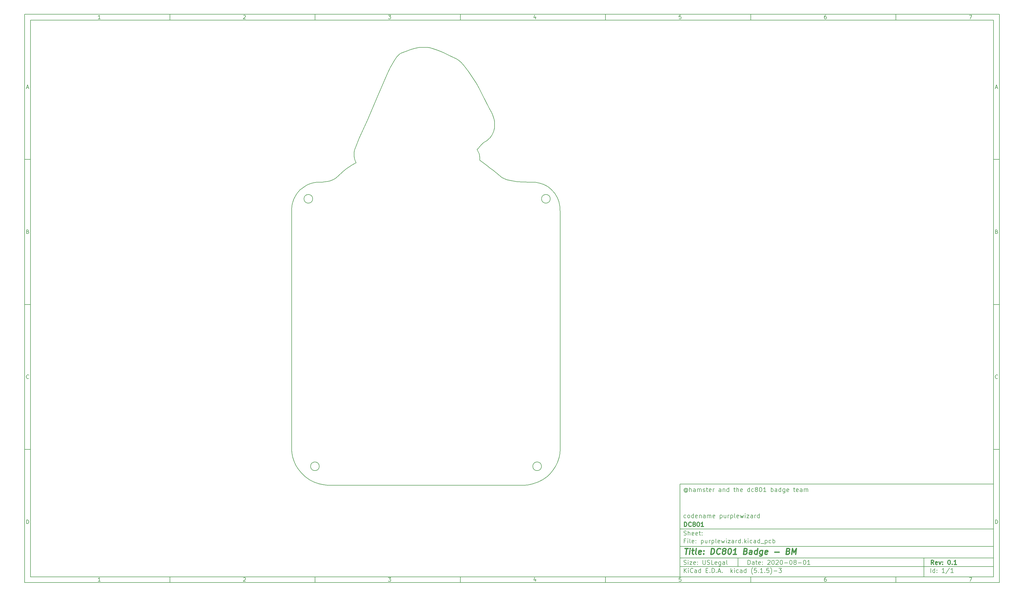
<source format=gm1>
G04 #@! TF.GenerationSoftware,KiCad,Pcbnew,(5.1.5)-3*
G04 #@! TF.CreationDate,2020-08-11T23:16:39-06:00*
G04 #@! TF.ProjectId,purplewizard,70757270-6c65-4776-997a-6172642e6b69,0.1*
G04 #@! TF.SameCoordinates,Original*
G04 #@! TF.FileFunction,Profile,NP*
%FSLAX46Y46*%
G04 Gerber Fmt 4.6, Leading zero omitted, Abs format (unit mm)*
G04 Created by KiCad (PCBNEW (5.1.5)-3) date 2020-08-11 23:16:39*
%MOMM*%
%LPD*%
G04 APERTURE LIST*
%ADD10C,0.100000*%
%ADD11C,0.150000*%
%ADD12C,0.300000*%
%ADD13C,0.400000*%
G04 APERTURE END LIST*
D10*
D11*
X235600000Y-171900000D02*
X235600000Y-203900000D01*
X343600000Y-203900000D01*
X343600000Y-171900000D01*
X235600000Y-171900000D01*
D10*
D11*
X10000000Y-10000000D02*
X10000000Y-205900000D01*
X345600000Y-205900000D01*
X345600000Y-10000000D01*
X10000000Y-10000000D01*
D10*
D11*
X12000000Y-12000000D02*
X12000000Y-203900000D01*
X343600000Y-203900000D01*
X343600000Y-12000000D01*
X12000000Y-12000000D01*
D10*
D11*
X60000000Y-12000000D02*
X60000000Y-10000000D01*
D10*
D11*
X110000000Y-12000000D02*
X110000000Y-10000000D01*
D10*
D11*
X160000000Y-12000000D02*
X160000000Y-10000000D01*
D10*
D11*
X210000000Y-12000000D02*
X210000000Y-10000000D01*
D10*
D11*
X260000000Y-12000000D02*
X260000000Y-10000000D01*
D10*
D11*
X310000000Y-12000000D02*
X310000000Y-10000000D01*
D10*
D11*
X36065476Y-11588095D02*
X35322619Y-11588095D01*
X35694047Y-11588095D02*
X35694047Y-10288095D01*
X35570238Y-10473809D01*
X35446428Y-10597619D01*
X35322619Y-10659523D01*
D10*
D11*
X85322619Y-10411904D02*
X85384523Y-10350000D01*
X85508333Y-10288095D01*
X85817857Y-10288095D01*
X85941666Y-10350000D01*
X86003571Y-10411904D01*
X86065476Y-10535714D01*
X86065476Y-10659523D01*
X86003571Y-10845238D01*
X85260714Y-11588095D01*
X86065476Y-11588095D01*
D10*
D11*
X135260714Y-10288095D02*
X136065476Y-10288095D01*
X135632142Y-10783333D01*
X135817857Y-10783333D01*
X135941666Y-10845238D01*
X136003571Y-10907142D01*
X136065476Y-11030952D01*
X136065476Y-11340476D01*
X136003571Y-11464285D01*
X135941666Y-11526190D01*
X135817857Y-11588095D01*
X135446428Y-11588095D01*
X135322619Y-11526190D01*
X135260714Y-11464285D01*
D10*
D11*
X185941666Y-10721428D02*
X185941666Y-11588095D01*
X185632142Y-10226190D02*
X185322619Y-11154761D01*
X186127380Y-11154761D01*
D10*
D11*
X236003571Y-10288095D02*
X235384523Y-10288095D01*
X235322619Y-10907142D01*
X235384523Y-10845238D01*
X235508333Y-10783333D01*
X235817857Y-10783333D01*
X235941666Y-10845238D01*
X236003571Y-10907142D01*
X236065476Y-11030952D01*
X236065476Y-11340476D01*
X236003571Y-11464285D01*
X235941666Y-11526190D01*
X235817857Y-11588095D01*
X235508333Y-11588095D01*
X235384523Y-11526190D01*
X235322619Y-11464285D01*
D10*
D11*
X285941666Y-10288095D02*
X285694047Y-10288095D01*
X285570238Y-10350000D01*
X285508333Y-10411904D01*
X285384523Y-10597619D01*
X285322619Y-10845238D01*
X285322619Y-11340476D01*
X285384523Y-11464285D01*
X285446428Y-11526190D01*
X285570238Y-11588095D01*
X285817857Y-11588095D01*
X285941666Y-11526190D01*
X286003571Y-11464285D01*
X286065476Y-11340476D01*
X286065476Y-11030952D01*
X286003571Y-10907142D01*
X285941666Y-10845238D01*
X285817857Y-10783333D01*
X285570238Y-10783333D01*
X285446428Y-10845238D01*
X285384523Y-10907142D01*
X285322619Y-11030952D01*
D10*
D11*
X335260714Y-10288095D02*
X336127380Y-10288095D01*
X335570238Y-11588095D01*
D10*
D11*
X60000000Y-203900000D02*
X60000000Y-205900000D01*
D10*
D11*
X110000000Y-203900000D02*
X110000000Y-205900000D01*
D10*
D11*
X160000000Y-203900000D02*
X160000000Y-205900000D01*
D10*
D11*
X210000000Y-203900000D02*
X210000000Y-205900000D01*
D10*
D11*
X260000000Y-203900000D02*
X260000000Y-205900000D01*
D10*
D11*
X310000000Y-203900000D02*
X310000000Y-205900000D01*
D10*
D11*
X36065476Y-205488095D02*
X35322619Y-205488095D01*
X35694047Y-205488095D02*
X35694047Y-204188095D01*
X35570238Y-204373809D01*
X35446428Y-204497619D01*
X35322619Y-204559523D01*
D10*
D11*
X85322619Y-204311904D02*
X85384523Y-204250000D01*
X85508333Y-204188095D01*
X85817857Y-204188095D01*
X85941666Y-204250000D01*
X86003571Y-204311904D01*
X86065476Y-204435714D01*
X86065476Y-204559523D01*
X86003571Y-204745238D01*
X85260714Y-205488095D01*
X86065476Y-205488095D01*
D10*
D11*
X135260714Y-204188095D02*
X136065476Y-204188095D01*
X135632142Y-204683333D01*
X135817857Y-204683333D01*
X135941666Y-204745238D01*
X136003571Y-204807142D01*
X136065476Y-204930952D01*
X136065476Y-205240476D01*
X136003571Y-205364285D01*
X135941666Y-205426190D01*
X135817857Y-205488095D01*
X135446428Y-205488095D01*
X135322619Y-205426190D01*
X135260714Y-205364285D01*
D10*
D11*
X185941666Y-204621428D02*
X185941666Y-205488095D01*
X185632142Y-204126190D02*
X185322619Y-205054761D01*
X186127380Y-205054761D01*
D10*
D11*
X236003571Y-204188095D02*
X235384523Y-204188095D01*
X235322619Y-204807142D01*
X235384523Y-204745238D01*
X235508333Y-204683333D01*
X235817857Y-204683333D01*
X235941666Y-204745238D01*
X236003571Y-204807142D01*
X236065476Y-204930952D01*
X236065476Y-205240476D01*
X236003571Y-205364285D01*
X235941666Y-205426190D01*
X235817857Y-205488095D01*
X235508333Y-205488095D01*
X235384523Y-205426190D01*
X235322619Y-205364285D01*
D10*
D11*
X285941666Y-204188095D02*
X285694047Y-204188095D01*
X285570238Y-204250000D01*
X285508333Y-204311904D01*
X285384523Y-204497619D01*
X285322619Y-204745238D01*
X285322619Y-205240476D01*
X285384523Y-205364285D01*
X285446428Y-205426190D01*
X285570238Y-205488095D01*
X285817857Y-205488095D01*
X285941666Y-205426190D01*
X286003571Y-205364285D01*
X286065476Y-205240476D01*
X286065476Y-204930952D01*
X286003571Y-204807142D01*
X285941666Y-204745238D01*
X285817857Y-204683333D01*
X285570238Y-204683333D01*
X285446428Y-204745238D01*
X285384523Y-204807142D01*
X285322619Y-204930952D01*
D10*
D11*
X335260714Y-204188095D02*
X336127380Y-204188095D01*
X335570238Y-205488095D01*
D10*
D11*
X10000000Y-60000000D02*
X12000000Y-60000000D01*
D10*
D11*
X10000000Y-110000000D02*
X12000000Y-110000000D01*
D10*
D11*
X10000000Y-160000000D02*
X12000000Y-160000000D01*
D10*
D11*
X10690476Y-35216666D02*
X11309523Y-35216666D01*
X10566666Y-35588095D02*
X11000000Y-34288095D01*
X11433333Y-35588095D01*
D10*
D11*
X11092857Y-84907142D02*
X11278571Y-84969047D01*
X11340476Y-85030952D01*
X11402380Y-85154761D01*
X11402380Y-85340476D01*
X11340476Y-85464285D01*
X11278571Y-85526190D01*
X11154761Y-85588095D01*
X10659523Y-85588095D01*
X10659523Y-84288095D01*
X11092857Y-84288095D01*
X11216666Y-84350000D01*
X11278571Y-84411904D01*
X11340476Y-84535714D01*
X11340476Y-84659523D01*
X11278571Y-84783333D01*
X11216666Y-84845238D01*
X11092857Y-84907142D01*
X10659523Y-84907142D01*
D10*
D11*
X11402380Y-135464285D02*
X11340476Y-135526190D01*
X11154761Y-135588095D01*
X11030952Y-135588095D01*
X10845238Y-135526190D01*
X10721428Y-135402380D01*
X10659523Y-135278571D01*
X10597619Y-135030952D01*
X10597619Y-134845238D01*
X10659523Y-134597619D01*
X10721428Y-134473809D01*
X10845238Y-134350000D01*
X11030952Y-134288095D01*
X11154761Y-134288095D01*
X11340476Y-134350000D01*
X11402380Y-134411904D01*
D10*
D11*
X10659523Y-185588095D02*
X10659523Y-184288095D01*
X10969047Y-184288095D01*
X11154761Y-184350000D01*
X11278571Y-184473809D01*
X11340476Y-184597619D01*
X11402380Y-184845238D01*
X11402380Y-185030952D01*
X11340476Y-185278571D01*
X11278571Y-185402380D01*
X11154761Y-185526190D01*
X10969047Y-185588095D01*
X10659523Y-185588095D01*
D10*
D11*
X345600000Y-60000000D02*
X343600000Y-60000000D01*
D10*
D11*
X345600000Y-110000000D02*
X343600000Y-110000000D01*
D10*
D11*
X345600000Y-160000000D02*
X343600000Y-160000000D01*
D10*
D11*
X344290476Y-35216666D02*
X344909523Y-35216666D01*
X344166666Y-35588095D02*
X344600000Y-34288095D01*
X345033333Y-35588095D01*
D10*
D11*
X344692857Y-84907142D02*
X344878571Y-84969047D01*
X344940476Y-85030952D01*
X345002380Y-85154761D01*
X345002380Y-85340476D01*
X344940476Y-85464285D01*
X344878571Y-85526190D01*
X344754761Y-85588095D01*
X344259523Y-85588095D01*
X344259523Y-84288095D01*
X344692857Y-84288095D01*
X344816666Y-84350000D01*
X344878571Y-84411904D01*
X344940476Y-84535714D01*
X344940476Y-84659523D01*
X344878571Y-84783333D01*
X344816666Y-84845238D01*
X344692857Y-84907142D01*
X344259523Y-84907142D01*
D10*
D11*
X345002380Y-135464285D02*
X344940476Y-135526190D01*
X344754761Y-135588095D01*
X344630952Y-135588095D01*
X344445238Y-135526190D01*
X344321428Y-135402380D01*
X344259523Y-135278571D01*
X344197619Y-135030952D01*
X344197619Y-134845238D01*
X344259523Y-134597619D01*
X344321428Y-134473809D01*
X344445238Y-134350000D01*
X344630952Y-134288095D01*
X344754761Y-134288095D01*
X344940476Y-134350000D01*
X345002380Y-134411904D01*
D10*
D11*
X344259523Y-185588095D02*
X344259523Y-184288095D01*
X344569047Y-184288095D01*
X344754761Y-184350000D01*
X344878571Y-184473809D01*
X344940476Y-184597619D01*
X345002380Y-184845238D01*
X345002380Y-185030952D01*
X344940476Y-185278571D01*
X344878571Y-185402380D01*
X344754761Y-185526190D01*
X344569047Y-185588095D01*
X344259523Y-185588095D01*
D10*
D11*
X259032142Y-199678571D02*
X259032142Y-198178571D01*
X259389285Y-198178571D01*
X259603571Y-198250000D01*
X259746428Y-198392857D01*
X259817857Y-198535714D01*
X259889285Y-198821428D01*
X259889285Y-199035714D01*
X259817857Y-199321428D01*
X259746428Y-199464285D01*
X259603571Y-199607142D01*
X259389285Y-199678571D01*
X259032142Y-199678571D01*
X261175000Y-199678571D02*
X261175000Y-198892857D01*
X261103571Y-198750000D01*
X260960714Y-198678571D01*
X260675000Y-198678571D01*
X260532142Y-198750000D01*
X261175000Y-199607142D02*
X261032142Y-199678571D01*
X260675000Y-199678571D01*
X260532142Y-199607142D01*
X260460714Y-199464285D01*
X260460714Y-199321428D01*
X260532142Y-199178571D01*
X260675000Y-199107142D01*
X261032142Y-199107142D01*
X261175000Y-199035714D01*
X261675000Y-198678571D02*
X262246428Y-198678571D01*
X261889285Y-198178571D02*
X261889285Y-199464285D01*
X261960714Y-199607142D01*
X262103571Y-199678571D01*
X262246428Y-199678571D01*
X263317857Y-199607142D02*
X263175000Y-199678571D01*
X262889285Y-199678571D01*
X262746428Y-199607142D01*
X262675000Y-199464285D01*
X262675000Y-198892857D01*
X262746428Y-198750000D01*
X262889285Y-198678571D01*
X263175000Y-198678571D01*
X263317857Y-198750000D01*
X263389285Y-198892857D01*
X263389285Y-199035714D01*
X262675000Y-199178571D01*
X264032142Y-199535714D02*
X264103571Y-199607142D01*
X264032142Y-199678571D01*
X263960714Y-199607142D01*
X264032142Y-199535714D01*
X264032142Y-199678571D01*
X264032142Y-198750000D02*
X264103571Y-198821428D01*
X264032142Y-198892857D01*
X263960714Y-198821428D01*
X264032142Y-198750000D01*
X264032142Y-198892857D01*
X265817857Y-198321428D02*
X265889285Y-198250000D01*
X266032142Y-198178571D01*
X266389285Y-198178571D01*
X266532142Y-198250000D01*
X266603571Y-198321428D01*
X266675000Y-198464285D01*
X266675000Y-198607142D01*
X266603571Y-198821428D01*
X265746428Y-199678571D01*
X266675000Y-199678571D01*
X267603571Y-198178571D02*
X267746428Y-198178571D01*
X267889285Y-198250000D01*
X267960714Y-198321428D01*
X268032142Y-198464285D01*
X268103571Y-198750000D01*
X268103571Y-199107142D01*
X268032142Y-199392857D01*
X267960714Y-199535714D01*
X267889285Y-199607142D01*
X267746428Y-199678571D01*
X267603571Y-199678571D01*
X267460714Y-199607142D01*
X267389285Y-199535714D01*
X267317857Y-199392857D01*
X267246428Y-199107142D01*
X267246428Y-198750000D01*
X267317857Y-198464285D01*
X267389285Y-198321428D01*
X267460714Y-198250000D01*
X267603571Y-198178571D01*
X268675000Y-198321428D02*
X268746428Y-198250000D01*
X268889285Y-198178571D01*
X269246428Y-198178571D01*
X269389285Y-198250000D01*
X269460714Y-198321428D01*
X269532142Y-198464285D01*
X269532142Y-198607142D01*
X269460714Y-198821428D01*
X268603571Y-199678571D01*
X269532142Y-199678571D01*
X270460714Y-198178571D02*
X270603571Y-198178571D01*
X270746428Y-198250000D01*
X270817857Y-198321428D01*
X270889285Y-198464285D01*
X270960714Y-198750000D01*
X270960714Y-199107142D01*
X270889285Y-199392857D01*
X270817857Y-199535714D01*
X270746428Y-199607142D01*
X270603571Y-199678571D01*
X270460714Y-199678571D01*
X270317857Y-199607142D01*
X270246428Y-199535714D01*
X270175000Y-199392857D01*
X270103571Y-199107142D01*
X270103571Y-198750000D01*
X270175000Y-198464285D01*
X270246428Y-198321428D01*
X270317857Y-198250000D01*
X270460714Y-198178571D01*
X271603571Y-199107142D02*
X272746428Y-199107142D01*
X273746428Y-198178571D02*
X273889285Y-198178571D01*
X274032142Y-198250000D01*
X274103571Y-198321428D01*
X274175000Y-198464285D01*
X274246428Y-198750000D01*
X274246428Y-199107142D01*
X274175000Y-199392857D01*
X274103571Y-199535714D01*
X274032142Y-199607142D01*
X273889285Y-199678571D01*
X273746428Y-199678571D01*
X273603571Y-199607142D01*
X273532142Y-199535714D01*
X273460714Y-199392857D01*
X273389285Y-199107142D01*
X273389285Y-198750000D01*
X273460714Y-198464285D01*
X273532142Y-198321428D01*
X273603571Y-198250000D01*
X273746428Y-198178571D01*
X275103571Y-198821428D02*
X274960714Y-198750000D01*
X274889285Y-198678571D01*
X274817857Y-198535714D01*
X274817857Y-198464285D01*
X274889285Y-198321428D01*
X274960714Y-198250000D01*
X275103571Y-198178571D01*
X275389285Y-198178571D01*
X275532142Y-198250000D01*
X275603571Y-198321428D01*
X275675000Y-198464285D01*
X275675000Y-198535714D01*
X275603571Y-198678571D01*
X275532142Y-198750000D01*
X275389285Y-198821428D01*
X275103571Y-198821428D01*
X274960714Y-198892857D01*
X274889285Y-198964285D01*
X274817857Y-199107142D01*
X274817857Y-199392857D01*
X274889285Y-199535714D01*
X274960714Y-199607142D01*
X275103571Y-199678571D01*
X275389285Y-199678571D01*
X275532142Y-199607142D01*
X275603571Y-199535714D01*
X275675000Y-199392857D01*
X275675000Y-199107142D01*
X275603571Y-198964285D01*
X275532142Y-198892857D01*
X275389285Y-198821428D01*
X276317857Y-199107142D02*
X277460714Y-199107142D01*
X278460714Y-198178571D02*
X278603571Y-198178571D01*
X278746428Y-198250000D01*
X278817857Y-198321428D01*
X278889285Y-198464285D01*
X278960714Y-198750000D01*
X278960714Y-199107142D01*
X278889285Y-199392857D01*
X278817857Y-199535714D01*
X278746428Y-199607142D01*
X278603571Y-199678571D01*
X278460714Y-199678571D01*
X278317857Y-199607142D01*
X278246428Y-199535714D01*
X278175000Y-199392857D01*
X278103571Y-199107142D01*
X278103571Y-198750000D01*
X278175000Y-198464285D01*
X278246428Y-198321428D01*
X278317857Y-198250000D01*
X278460714Y-198178571D01*
X280389285Y-199678571D02*
X279532142Y-199678571D01*
X279960714Y-199678571D02*
X279960714Y-198178571D01*
X279817857Y-198392857D01*
X279675000Y-198535714D01*
X279532142Y-198607142D01*
D10*
D11*
X235600000Y-200400000D02*
X343600000Y-200400000D01*
D10*
D11*
X237032142Y-202478571D02*
X237032142Y-200978571D01*
X237889285Y-202478571D02*
X237246428Y-201621428D01*
X237889285Y-200978571D02*
X237032142Y-201835714D01*
X238532142Y-202478571D02*
X238532142Y-201478571D01*
X238532142Y-200978571D02*
X238460714Y-201050000D01*
X238532142Y-201121428D01*
X238603571Y-201050000D01*
X238532142Y-200978571D01*
X238532142Y-201121428D01*
X240103571Y-202335714D02*
X240032142Y-202407142D01*
X239817857Y-202478571D01*
X239675000Y-202478571D01*
X239460714Y-202407142D01*
X239317857Y-202264285D01*
X239246428Y-202121428D01*
X239175000Y-201835714D01*
X239175000Y-201621428D01*
X239246428Y-201335714D01*
X239317857Y-201192857D01*
X239460714Y-201050000D01*
X239675000Y-200978571D01*
X239817857Y-200978571D01*
X240032142Y-201050000D01*
X240103571Y-201121428D01*
X241389285Y-202478571D02*
X241389285Y-201692857D01*
X241317857Y-201550000D01*
X241175000Y-201478571D01*
X240889285Y-201478571D01*
X240746428Y-201550000D01*
X241389285Y-202407142D02*
X241246428Y-202478571D01*
X240889285Y-202478571D01*
X240746428Y-202407142D01*
X240675000Y-202264285D01*
X240675000Y-202121428D01*
X240746428Y-201978571D01*
X240889285Y-201907142D01*
X241246428Y-201907142D01*
X241389285Y-201835714D01*
X242746428Y-202478571D02*
X242746428Y-200978571D01*
X242746428Y-202407142D02*
X242603571Y-202478571D01*
X242317857Y-202478571D01*
X242175000Y-202407142D01*
X242103571Y-202335714D01*
X242032142Y-202192857D01*
X242032142Y-201764285D01*
X242103571Y-201621428D01*
X242175000Y-201550000D01*
X242317857Y-201478571D01*
X242603571Y-201478571D01*
X242746428Y-201550000D01*
X244603571Y-201692857D02*
X245103571Y-201692857D01*
X245317857Y-202478571D02*
X244603571Y-202478571D01*
X244603571Y-200978571D01*
X245317857Y-200978571D01*
X245960714Y-202335714D02*
X246032142Y-202407142D01*
X245960714Y-202478571D01*
X245889285Y-202407142D01*
X245960714Y-202335714D01*
X245960714Y-202478571D01*
X246675000Y-202478571D02*
X246675000Y-200978571D01*
X247032142Y-200978571D01*
X247246428Y-201050000D01*
X247389285Y-201192857D01*
X247460714Y-201335714D01*
X247532142Y-201621428D01*
X247532142Y-201835714D01*
X247460714Y-202121428D01*
X247389285Y-202264285D01*
X247246428Y-202407142D01*
X247032142Y-202478571D01*
X246675000Y-202478571D01*
X248175000Y-202335714D02*
X248246428Y-202407142D01*
X248175000Y-202478571D01*
X248103571Y-202407142D01*
X248175000Y-202335714D01*
X248175000Y-202478571D01*
X248817857Y-202050000D02*
X249532142Y-202050000D01*
X248675000Y-202478571D02*
X249175000Y-200978571D01*
X249675000Y-202478571D01*
X250175000Y-202335714D02*
X250246428Y-202407142D01*
X250175000Y-202478571D01*
X250103571Y-202407142D01*
X250175000Y-202335714D01*
X250175000Y-202478571D01*
X253175000Y-202478571D02*
X253175000Y-200978571D01*
X253317857Y-201907142D02*
X253746428Y-202478571D01*
X253746428Y-201478571D02*
X253175000Y-202050000D01*
X254389285Y-202478571D02*
X254389285Y-201478571D01*
X254389285Y-200978571D02*
X254317857Y-201050000D01*
X254389285Y-201121428D01*
X254460714Y-201050000D01*
X254389285Y-200978571D01*
X254389285Y-201121428D01*
X255746428Y-202407142D02*
X255603571Y-202478571D01*
X255317857Y-202478571D01*
X255175000Y-202407142D01*
X255103571Y-202335714D01*
X255032142Y-202192857D01*
X255032142Y-201764285D01*
X255103571Y-201621428D01*
X255175000Y-201550000D01*
X255317857Y-201478571D01*
X255603571Y-201478571D01*
X255746428Y-201550000D01*
X257032142Y-202478571D02*
X257032142Y-201692857D01*
X256960714Y-201550000D01*
X256817857Y-201478571D01*
X256532142Y-201478571D01*
X256389285Y-201550000D01*
X257032142Y-202407142D02*
X256889285Y-202478571D01*
X256532142Y-202478571D01*
X256389285Y-202407142D01*
X256317857Y-202264285D01*
X256317857Y-202121428D01*
X256389285Y-201978571D01*
X256532142Y-201907142D01*
X256889285Y-201907142D01*
X257032142Y-201835714D01*
X258389285Y-202478571D02*
X258389285Y-200978571D01*
X258389285Y-202407142D02*
X258246428Y-202478571D01*
X257960714Y-202478571D01*
X257817857Y-202407142D01*
X257746428Y-202335714D01*
X257675000Y-202192857D01*
X257675000Y-201764285D01*
X257746428Y-201621428D01*
X257817857Y-201550000D01*
X257960714Y-201478571D01*
X258246428Y-201478571D01*
X258389285Y-201550000D01*
X260675000Y-203050000D02*
X260603571Y-202978571D01*
X260460714Y-202764285D01*
X260389285Y-202621428D01*
X260317857Y-202407142D01*
X260246428Y-202050000D01*
X260246428Y-201764285D01*
X260317857Y-201407142D01*
X260389285Y-201192857D01*
X260460714Y-201050000D01*
X260603571Y-200835714D01*
X260675000Y-200764285D01*
X261960714Y-200978571D02*
X261246428Y-200978571D01*
X261175000Y-201692857D01*
X261246428Y-201621428D01*
X261389285Y-201550000D01*
X261746428Y-201550000D01*
X261889285Y-201621428D01*
X261960714Y-201692857D01*
X262032142Y-201835714D01*
X262032142Y-202192857D01*
X261960714Y-202335714D01*
X261889285Y-202407142D01*
X261746428Y-202478571D01*
X261389285Y-202478571D01*
X261246428Y-202407142D01*
X261175000Y-202335714D01*
X262675000Y-202335714D02*
X262746428Y-202407142D01*
X262675000Y-202478571D01*
X262603571Y-202407142D01*
X262675000Y-202335714D01*
X262675000Y-202478571D01*
X264175000Y-202478571D02*
X263317857Y-202478571D01*
X263746428Y-202478571D02*
X263746428Y-200978571D01*
X263603571Y-201192857D01*
X263460714Y-201335714D01*
X263317857Y-201407142D01*
X264817857Y-202335714D02*
X264889285Y-202407142D01*
X264817857Y-202478571D01*
X264746428Y-202407142D01*
X264817857Y-202335714D01*
X264817857Y-202478571D01*
X266246428Y-200978571D02*
X265532142Y-200978571D01*
X265460714Y-201692857D01*
X265532142Y-201621428D01*
X265675000Y-201550000D01*
X266032142Y-201550000D01*
X266175000Y-201621428D01*
X266246428Y-201692857D01*
X266317857Y-201835714D01*
X266317857Y-202192857D01*
X266246428Y-202335714D01*
X266175000Y-202407142D01*
X266032142Y-202478571D01*
X265675000Y-202478571D01*
X265532142Y-202407142D01*
X265460714Y-202335714D01*
X266817857Y-203050000D02*
X266889285Y-202978571D01*
X267032142Y-202764285D01*
X267103571Y-202621428D01*
X267175000Y-202407142D01*
X267246428Y-202050000D01*
X267246428Y-201764285D01*
X267175000Y-201407142D01*
X267103571Y-201192857D01*
X267032142Y-201050000D01*
X266889285Y-200835714D01*
X266817857Y-200764285D01*
X267960714Y-201907142D02*
X269103571Y-201907142D01*
X269675000Y-200978571D02*
X270603571Y-200978571D01*
X270103571Y-201550000D01*
X270317857Y-201550000D01*
X270460714Y-201621428D01*
X270532142Y-201692857D01*
X270603571Y-201835714D01*
X270603571Y-202192857D01*
X270532142Y-202335714D01*
X270460714Y-202407142D01*
X270317857Y-202478571D01*
X269889285Y-202478571D01*
X269746428Y-202407142D01*
X269675000Y-202335714D01*
D10*
D11*
X235600000Y-197400000D02*
X343600000Y-197400000D01*
D10*
D12*
X323009285Y-199678571D02*
X322509285Y-198964285D01*
X322152142Y-199678571D02*
X322152142Y-198178571D01*
X322723571Y-198178571D01*
X322866428Y-198250000D01*
X322937857Y-198321428D01*
X323009285Y-198464285D01*
X323009285Y-198678571D01*
X322937857Y-198821428D01*
X322866428Y-198892857D01*
X322723571Y-198964285D01*
X322152142Y-198964285D01*
X324223571Y-199607142D02*
X324080714Y-199678571D01*
X323795000Y-199678571D01*
X323652142Y-199607142D01*
X323580714Y-199464285D01*
X323580714Y-198892857D01*
X323652142Y-198750000D01*
X323795000Y-198678571D01*
X324080714Y-198678571D01*
X324223571Y-198750000D01*
X324295000Y-198892857D01*
X324295000Y-199035714D01*
X323580714Y-199178571D01*
X324795000Y-198678571D02*
X325152142Y-199678571D01*
X325509285Y-198678571D01*
X326080714Y-199535714D02*
X326152142Y-199607142D01*
X326080714Y-199678571D01*
X326009285Y-199607142D01*
X326080714Y-199535714D01*
X326080714Y-199678571D01*
X326080714Y-198750000D02*
X326152142Y-198821428D01*
X326080714Y-198892857D01*
X326009285Y-198821428D01*
X326080714Y-198750000D01*
X326080714Y-198892857D01*
X328223571Y-198178571D02*
X328366428Y-198178571D01*
X328509285Y-198250000D01*
X328580714Y-198321428D01*
X328652142Y-198464285D01*
X328723571Y-198750000D01*
X328723571Y-199107142D01*
X328652142Y-199392857D01*
X328580714Y-199535714D01*
X328509285Y-199607142D01*
X328366428Y-199678571D01*
X328223571Y-199678571D01*
X328080714Y-199607142D01*
X328009285Y-199535714D01*
X327937857Y-199392857D01*
X327866428Y-199107142D01*
X327866428Y-198750000D01*
X327937857Y-198464285D01*
X328009285Y-198321428D01*
X328080714Y-198250000D01*
X328223571Y-198178571D01*
X329366428Y-199535714D02*
X329437857Y-199607142D01*
X329366428Y-199678571D01*
X329295000Y-199607142D01*
X329366428Y-199535714D01*
X329366428Y-199678571D01*
X330866428Y-199678571D02*
X330009285Y-199678571D01*
X330437857Y-199678571D02*
X330437857Y-198178571D01*
X330295000Y-198392857D01*
X330152142Y-198535714D01*
X330009285Y-198607142D01*
D10*
D11*
X236960714Y-199607142D02*
X237175000Y-199678571D01*
X237532142Y-199678571D01*
X237675000Y-199607142D01*
X237746428Y-199535714D01*
X237817857Y-199392857D01*
X237817857Y-199250000D01*
X237746428Y-199107142D01*
X237675000Y-199035714D01*
X237532142Y-198964285D01*
X237246428Y-198892857D01*
X237103571Y-198821428D01*
X237032142Y-198750000D01*
X236960714Y-198607142D01*
X236960714Y-198464285D01*
X237032142Y-198321428D01*
X237103571Y-198250000D01*
X237246428Y-198178571D01*
X237603571Y-198178571D01*
X237817857Y-198250000D01*
X238460714Y-199678571D02*
X238460714Y-198678571D01*
X238460714Y-198178571D02*
X238389285Y-198250000D01*
X238460714Y-198321428D01*
X238532142Y-198250000D01*
X238460714Y-198178571D01*
X238460714Y-198321428D01*
X239032142Y-198678571D02*
X239817857Y-198678571D01*
X239032142Y-199678571D01*
X239817857Y-199678571D01*
X240960714Y-199607142D02*
X240817857Y-199678571D01*
X240532142Y-199678571D01*
X240389285Y-199607142D01*
X240317857Y-199464285D01*
X240317857Y-198892857D01*
X240389285Y-198750000D01*
X240532142Y-198678571D01*
X240817857Y-198678571D01*
X240960714Y-198750000D01*
X241032142Y-198892857D01*
X241032142Y-199035714D01*
X240317857Y-199178571D01*
X241675000Y-199535714D02*
X241746428Y-199607142D01*
X241675000Y-199678571D01*
X241603571Y-199607142D01*
X241675000Y-199535714D01*
X241675000Y-199678571D01*
X241675000Y-198750000D02*
X241746428Y-198821428D01*
X241675000Y-198892857D01*
X241603571Y-198821428D01*
X241675000Y-198750000D01*
X241675000Y-198892857D01*
X243532142Y-198178571D02*
X243532142Y-199392857D01*
X243603571Y-199535714D01*
X243675000Y-199607142D01*
X243817857Y-199678571D01*
X244103571Y-199678571D01*
X244246428Y-199607142D01*
X244317857Y-199535714D01*
X244389285Y-199392857D01*
X244389285Y-198178571D01*
X245032142Y-199607142D02*
X245246428Y-199678571D01*
X245603571Y-199678571D01*
X245746428Y-199607142D01*
X245817857Y-199535714D01*
X245889285Y-199392857D01*
X245889285Y-199250000D01*
X245817857Y-199107142D01*
X245746428Y-199035714D01*
X245603571Y-198964285D01*
X245317857Y-198892857D01*
X245175000Y-198821428D01*
X245103571Y-198750000D01*
X245032142Y-198607142D01*
X245032142Y-198464285D01*
X245103571Y-198321428D01*
X245175000Y-198250000D01*
X245317857Y-198178571D01*
X245675000Y-198178571D01*
X245889285Y-198250000D01*
X247246428Y-199678571D02*
X246532142Y-199678571D01*
X246532142Y-198178571D01*
X248317857Y-199607142D02*
X248175000Y-199678571D01*
X247889285Y-199678571D01*
X247746428Y-199607142D01*
X247675000Y-199464285D01*
X247675000Y-198892857D01*
X247746428Y-198750000D01*
X247889285Y-198678571D01*
X248175000Y-198678571D01*
X248317857Y-198750000D01*
X248389285Y-198892857D01*
X248389285Y-199035714D01*
X247675000Y-199178571D01*
X249675000Y-198678571D02*
X249675000Y-199892857D01*
X249603571Y-200035714D01*
X249532142Y-200107142D01*
X249389285Y-200178571D01*
X249175000Y-200178571D01*
X249032142Y-200107142D01*
X249675000Y-199607142D02*
X249532142Y-199678571D01*
X249246428Y-199678571D01*
X249103571Y-199607142D01*
X249032142Y-199535714D01*
X248960714Y-199392857D01*
X248960714Y-198964285D01*
X249032142Y-198821428D01*
X249103571Y-198750000D01*
X249246428Y-198678571D01*
X249532142Y-198678571D01*
X249675000Y-198750000D01*
X251032142Y-199678571D02*
X251032142Y-198892857D01*
X250960714Y-198750000D01*
X250817857Y-198678571D01*
X250532142Y-198678571D01*
X250389285Y-198750000D01*
X251032142Y-199607142D02*
X250889285Y-199678571D01*
X250532142Y-199678571D01*
X250389285Y-199607142D01*
X250317857Y-199464285D01*
X250317857Y-199321428D01*
X250389285Y-199178571D01*
X250532142Y-199107142D01*
X250889285Y-199107142D01*
X251032142Y-199035714D01*
X251960714Y-199678571D02*
X251817857Y-199607142D01*
X251746428Y-199464285D01*
X251746428Y-198178571D01*
D10*
D11*
X322032142Y-202478571D02*
X322032142Y-200978571D01*
X323389285Y-202478571D02*
X323389285Y-200978571D01*
X323389285Y-202407142D02*
X323246428Y-202478571D01*
X322960714Y-202478571D01*
X322817857Y-202407142D01*
X322746428Y-202335714D01*
X322675000Y-202192857D01*
X322675000Y-201764285D01*
X322746428Y-201621428D01*
X322817857Y-201550000D01*
X322960714Y-201478571D01*
X323246428Y-201478571D01*
X323389285Y-201550000D01*
X324103571Y-202335714D02*
X324175000Y-202407142D01*
X324103571Y-202478571D01*
X324032142Y-202407142D01*
X324103571Y-202335714D01*
X324103571Y-202478571D01*
X324103571Y-201550000D02*
X324175000Y-201621428D01*
X324103571Y-201692857D01*
X324032142Y-201621428D01*
X324103571Y-201550000D01*
X324103571Y-201692857D01*
X326746428Y-202478571D02*
X325889285Y-202478571D01*
X326317857Y-202478571D02*
X326317857Y-200978571D01*
X326175000Y-201192857D01*
X326032142Y-201335714D01*
X325889285Y-201407142D01*
X328460714Y-200907142D02*
X327175000Y-202835714D01*
X329746428Y-202478571D02*
X328889285Y-202478571D01*
X329317857Y-202478571D02*
X329317857Y-200978571D01*
X329175000Y-201192857D01*
X329032142Y-201335714D01*
X328889285Y-201407142D01*
D10*
D11*
X235600000Y-193400000D02*
X343600000Y-193400000D01*
D10*
D13*
X237312380Y-194104761D02*
X238455238Y-194104761D01*
X237633809Y-196104761D02*
X237883809Y-194104761D01*
X238871904Y-196104761D02*
X239038571Y-194771428D01*
X239121904Y-194104761D02*
X239014761Y-194200000D01*
X239098095Y-194295238D01*
X239205238Y-194200000D01*
X239121904Y-194104761D01*
X239098095Y-194295238D01*
X239705238Y-194771428D02*
X240467142Y-194771428D01*
X240074285Y-194104761D02*
X239860000Y-195819047D01*
X239931428Y-196009523D01*
X240110000Y-196104761D01*
X240300476Y-196104761D01*
X241252857Y-196104761D02*
X241074285Y-196009523D01*
X241002857Y-195819047D01*
X241217142Y-194104761D01*
X242788571Y-196009523D02*
X242586190Y-196104761D01*
X242205238Y-196104761D01*
X242026666Y-196009523D01*
X241955238Y-195819047D01*
X242050476Y-195057142D01*
X242169523Y-194866666D01*
X242371904Y-194771428D01*
X242752857Y-194771428D01*
X242931428Y-194866666D01*
X243002857Y-195057142D01*
X242979047Y-195247619D01*
X242002857Y-195438095D01*
X243752857Y-195914285D02*
X243836190Y-196009523D01*
X243729047Y-196104761D01*
X243645714Y-196009523D01*
X243752857Y-195914285D01*
X243729047Y-196104761D01*
X243883809Y-194866666D02*
X243967142Y-194961904D01*
X243860000Y-195057142D01*
X243776666Y-194961904D01*
X243883809Y-194866666D01*
X243860000Y-195057142D01*
X246205238Y-196104761D02*
X246455238Y-194104761D01*
X246931428Y-194104761D01*
X247205238Y-194200000D01*
X247371904Y-194390476D01*
X247443333Y-194580952D01*
X247490952Y-194961904D01*
X247455238Y-195247619D01*
X247312380Y-195628571D01*
X247193333Y-195819047D01*
X246979047Y-196009523D01*
X246681428Y-196104761D01*
X246205238Y-196104761D01*
X249371904Y-195914285D02*
X249264761Y-196009523D01*
X248967142Y-196104761D01*
X248776666Y-196104761D01*
X248502857Y-196009523D01*
X248336190Y-195819047D01*
X248264761Y-195628571D01*
X248217142Y-195247619D01*
X248252857Y-194961904D01*
X248395714Y-194580952D01*
X248514761Y-194390476D01*
X248729047Y-194200000D01*
X249026666Y-194104761D01*
X249217142Y-194104761D01*
X249490952Y-194200000D01*
X249574285Y-194295238D01*
X250633809Y-194961904D02*
X250455238Y-194866666D01*
X250371904Y-194771428D01*
X250300476Y-194580952D01*
X250312380Y-194485714D01*
X250431428Y-194295238D01*
X250538571Y-194200000D01*
X250740952Y-194104761D01*
X251121904Y-194104761D01*
X251300476Y-194200000D01*
X251383809Y-194295238D01*
X251455238Y-194485714D01*
X251443333Y-194580952D01*
X251324285Y-194771428D01*
X251217142Y-194866666D01*
X251014761Y-194961904D01*
X250633809Y-194961904D01*
X250431428Y-195057142D01*
X250324285Y-195152380D01*
X250205238Y-195342857D01*
X250157619Y-195723809D01*
X250229047Y-195914285D01*
X250312380Y-196009523D01*
X250490952Y-196104761D01*
X250871904Y-196104761D01*
X251074285Y-196009523D01*
X251181428Y-195914285D01*
X251300476Y-195723809D01*
X251348095Y-195342857D01*
X251276666Y-195152380D01*
X251193333Y-195057142D01*
X251014761Y-194961904D01*
X252740952Y-194104761D02*
X252931428Y-194104761D01*
X253110000Y-194200000D01*
X253193333Y-194295238D01*
X253264761Y-194485714D01*
X253312380Y-194866666D01*
X253252857Y-195342857D01*
X253110000Y-195723809D01*
X252990952Y-195914285D01*
X252883809Y-196009523D01*
X252681428Y-196104761D01*
X252490952Y-196104761D01*
X252312380Y-196009523D01*
X252229047Y-195914285D01*
X252157619Y-195723809D01*
X252110000Y-195342857D01*
X252169523Y-194866666D01*
X252312380Y-194485714D01*
X252431428Y-194295238D01*
X252538571Y-194200000D01*
X252740952Y-194104761D01*
X255062380Y-196104761D02*
X253919523Y-196104761D01*
X254490952Y-196104761D02*
X254740952Y-194104761D01*
X254514761Y-194390476D01*
X254300476Y-194580952D01*
X254098095Y-194676190D01*
X258240952Y-195057142D02*
X258514761Y-195152380D01*
X258598095Y-195247619D01*
X258669523Y-195438095D01*
X258633809Y-195723809D01*
X258514761Y-195914285D01*
X258407619Y-196009523D01*
X258205238Y-196104761D01*
X257443333Y-196104761D01*
X257693333Y-194104761D01*
X258360000Y-194104761D01*
X258538571Y-194200000D01*
X258621904Y-194295238D01*
X258693333Y-194485714D01*
X258669523Y-194676190D01*
X258550476Y-194866666D01*
X258443333Y-194961904D01*
X258240952Y-195057142D01*
X257574285Y-195057142D01*
X260300476Y-196104761D02*
X260431428Y-195057142D01*
X260360000Y-194866666D01*
X260181428Y-194771428D01*
X259800476Y-194771428D01*
X259598095Y-194866666D01*
X260312380Y-196009523D02*
X260110000Y-196104761D01*
X259633809Y-196104761D01*
X259455238Y-196009523D01*
X259383809Y-195819047D01*
X259407619Y-195628571D01*
X259526666Y-195438095D01*
X259729047Y-195342857D01*
X260205238Y-195342857D01*
X260407619Y-195247619D01*
X262110000Y-196104761D02*
X262360000Y-194104761D01*
X262121904Y-196009523D02*
X261919523Y-196104761D01*
X261538571Y-196104761D01*
X261360000Y-196009523D01*
X261276666Y-195914285D01*
X261205238Y-195723809D01*
X261276666Y-195152380D01*
X261395714Y-194961904D01*
X261502857Y-194866666D01*
X261705238Y-194771428D01*
X262086190Y-194771428D01*
X262264761Y-194866666D01*
X264086190Y-194771428D02*
X263883809Y-196390476D01*
X263764761Y-196580952D01*
X263657619Y-196676190D01*
X263455238Y-196771428D01*
X263169523Y-196771428D01*
X262990952Y-196676190D01*
X263931428Y-196009523D02*
X263729047Y-196104761D01*
X263348095Y-196104761D01*
X263169523Y-196009523D01*
X263086190Y-195914285D01*
X263014761Y-195723809D01*
X263086190Y-195152380D01*
X263205238Y-194961904D01*
X263312380Y-194866666D01*
X263514761Y-194771428D01*
X263895714Y-194771428D01*
X264074285Y-194866666D01*
X265645714Y-196009523D02*
X265443333Y-196104761D01*
X265062380Y-196104761D01*
X264883809Y-196009523D01*
X264812380Y-195819047D01*
X264907619Y-195057142D01*
X265026666Y-194866666D01*
X265229047Y-194771428D01*
X265610000Y-194771428D01*
X265788571Y-194866666D01*
X265860000Y-195057142D01*
X265836190Y-195247619D01*
X264860000Y-195438095D01*
X268205238Y-195342857D02*
X269729047Y-195342857D01*
X272907619Y-195057142D02*
X273181428Y-195152380D01*
X273264761Y-195247619D01*
X273336190Y-195438095D01*
X273300476Y-195723809D01*
X273181428Y-195914285D01*
X273074285Y-196009523D01*
X272871904Y-196104761D01*
X272110000Y-196104761D01*
X272360000Y-194104761D01*
X273026666Y-194104761D01*
X273205238Y-194200000D01*
X273288571Y-194295238D01*
X273360000Y-194485714D01*
X273336190Y-194676190D01*
X273217142Y-194866666D01*
X273110000Y-194961904D01*
X272907619Y-195057142D01*
X272240952Y-195057142D01*
X274110000Y-196104761D02*
X274360000Y-194104761D01*
X274848095Y-195533333D01*
X275693333Y-194104761D01*
X275443333Y-196104761D01*
D10*
D11*
X237532142Y-191492857D02*
X237032142Y-191492857D01*
X237032142Y-192278571D02*
X237032142Y-190778571D01*
X237746428Y-190778571D01*
X238317857Y-192278571D02*
X238317857Y-191278571D01*
X238317857Y-190778571D02*
X238246428Y-190850000D01*
X238317857Y-190921428D01*
X238389285Y-190850000D01*
X238317857Y-190778571D01*
X238317857Y-190921428D01*
X239246428Y-192278571D02*
X239103571Y-192207142D01*
X239032142Y-192064285D01*
X239032142Y-190778571D01*
X240389285Y-192207142D02*
X240246428Y-192278571D01*
X239960714Y-192278571D01*
X239817857Y-192207142D01*
X239746428Y-192064285D01*
X239746428Y-191492857D01*
X239817857Y-191350000D01*
X239960714Y-191278571D01*
X240246428Y-191278571D01*
X240389285Y-191350000D01*
X240460714Y-191492857D01*
X240460714Y-191635714D01*
X239746428Y-191778571D01*
X241103571Y-192135714D02*
X241175000Y-192207142D01*
X241103571Y-192278571D01*
X241032142Y-192207142D01*
X241103571Y-192135714D01*
X241103571Y-192278571D01*
X241103571Y-191350000D02*
X241175000Y-191421428D01*
X241103571Y-191492857D01*
X241032142Y-191421428D01*
X241103571Y-191350000D01*
X241103571Y-191492857D01*
X242960714Y-191278571D02*
X242960714Y-192778571D01*
X242960714Y-191350000D02*
X243103571Y-191278571D01*
X243389285Y-191278571D01*
X243532142Y-191350000D01*
X243603571Y-191421428D01*
X243675000Y-191564285D01*
X243675000Y-191992857D01*
X243603571Y-192135714D01*
X243532142Y-192207142D01*
X243389285Y-192278571D01*
X243103571Y-192278571D01*
X242960714Y-192207142D01*
X244960714Y-191278571D02*
X244960714Y-192278571D01*
X244317857Y-191278571D02*
X244317857Y-192064285D01*
X244389285Y-192207142D01*
X244532142Y-192278571D01*
X244746428Y-192278571D01*
X244889285Y-192207142D01*
X244960714Y-192135714D01*
X245675000Y-192278571D02*
X245675000Y-191278571D01*
X245675000Y-191564285D02*
X245746428Y-191421428D01*
X245817857Y-191350000D01*
X245960714Y-191278571D01*
X246103571Y-191278571D01*
X246603571Y-191278571D02*
X246603571Y-192778571D01*
X246603571Y-191350000D02*
X246746428Y-191278571D01*
X247032142Y-191278571D01*
X247175000Y-191350000D01*
X247246428Y-191421428D01*
X247317857Y-191564285D01*
X247317857Y-191992857D01*
X247246428Y-192135714D01*
X247175000Y-192207142D01*
X247032142Y-192278571D01*
X246746428Y-192278571D01*
X246603571Y-192207142D01*
X248175000Y-192278571D02*
X248032142Y-192207142D01*
X247960714Y-192064285D01*
X247960714Y-190778571D01*
X249317857Y-192207142D02*
X249175000Y-192278571D01*
X248889285Y-192278571D01*
X248746428Y-192207142D01*
X248675000Y-192064285D01*
X248675000Y-191492857D01*
X248746428Y-191350000D01*
X248889285Y-191278571D01*
X249175000Y-191278571D01*
X249317857Y-191350000D01*
X249389285Y-191492857D01*
X249389285Y-191635714D01*
X248675000Y-191778571D01*
X249889285Y-191278571D02*
X250175000Y-192278571D01*
X250460714Y-191564285D01*
X250746428Y-192278571D01*
X251032142Y-191278571D01*
X251603571Y-192278571D02*
X251603571Y-191278571D01*
X251603571Y-190778571D02*
X251532142Y-190850000D01*
X251603571Y-190921428D01*
X251675000Y-190850000D01*
X251603571Y-190778571D01*
X251603571Y-190921428D01*
X252175000Y-191278571D02*
X252960714Y-191278571D01*
X252175000Y-192278571D01*
X252960714Y-192278571D01*
X254175000Y-192278571D02*
X254175000Y-191492857D01*
X254103571Y-191350000D01*
X253960714Y-191278571D01*
X253675000Y-191278571D01*
X253532142Y-191350000D01*
X254175000Y-192207142D02*
X254032142Y-192278571D01*
X253675000Y-192278571D01*
X253532142Y-192207142D01*
X253460714Y-192064285D01*
X253460714Y-191921428D01*
X253532142Y-191778571D01*
X253675000Y-191707142D01*
X254032142Y-191707142D01*
X254175000Y-191635714D01*
X254889285Y-192278571D02*
X254889285Y-191278571D01*
X254889285Y-191564285D02*
X254960714Y-191421428D01*
X255032142Y-191350000D01*
X255175000Y-191278571D01*
X255317857Y-191278571D01*
X256460714Y-192278571D02*
X256460714Y-190778571D01*
X256460714Y-192207142D02*
X256317857Y-192278571D01*
X256032142Y-192278571D01*
X255889285Y-192207142D01*
X255817857Y-192135714D01*
X255746428Y-191992857D01*
X255746428Y-191564285D01*
X255817857Y-191421428D01*
X255889285Y-191350000D01*
X256032142Y-191278571D01*
X256317857Y-191278571D01*
X256460714Y-191350000D01*
X257175000Y-192135714D02*
X257246428Y-192207142D01*
X257175000Y-192278571D01*
X257103571Y-192207142D01*
X257175000Y-192135714D01*
X257175000Y-192278571D01*
X257889285Y-192278571D02*
X257889285Y-190778571D01*
X258032142Y-191707142D02*
X258460714Y-192278571D01*
X258460714Y-191278571D02*
X257889285Y-191850000D01*
X259103571Y-192278571D02*
X259103571Y-191278571D01*
X259103571Y-190778571D02*
X259032142Y-190850000D01*
X259103571Y-190921428D01*
X259175000Y-190850000D01*
X259103571Y-190778571D01*
X259103571Y-190921428D01*
X260460714Y-192207142D02*
X260317857Y-192278571D01*
X260032142Y-192278571D01*
X259889285Y-192207142D01*
X259817857Y-192135714D01*
X259746428Y-191992857D01*
X259746428Y-191564285D01*
X259817857Y-191421428D01*
X259889285Y-191350000D01*
X260032142Y-191278571D01*
X260317857Y-191278571D01*
X260460714Y-191350000D01*
X261746428Y-192278571D02*
X261746428Y-191492857D01*
X261675000Y-191350000D01*
X261532142Y-191278571D01*
X261246428Y-191278571D01*
X261103571Y-191350000D01*
X261746428Y-192207142D02*
X261603571Y-192278571D01*
X261246428Y-192278571D01*
X261103571Y-192207142D01*
X261032142Y-192064285D01*
X261032142Y-191921428D01*
X261103571Y-191778571D01*
X261246428Y-191707142D01*
X261603571Y-191707142D01*
X261746428Y-191635714D01*
X263103571Y-192278571D02*
X263103571Y-190778571D01*
X263103571Y-192207142D02*
X262960714Y-192278571D01*
X262675000Y-192278571D01*
X262532142Y-192207142D01*
X262460714Y-192135714D01*
X262389285Y-191992857D01*
X262389285Y-191564285D01*
X262460714Y-191421428D01*
X262532142Y-191350000D01*
X262675000Y-191278571D01*
X262960714Y-191278571D01*
X263103571Y-191350000D01*
X263460714Y-192421428D02*
X264603571Y-192421428D01*
X264960714Y-191278571D02*
X264960714Y-192778571D01*
X264960714Y-191350000D02*
X265103571Y-191278571D01*
X265389285Y-191278571D01*
X265532142Y-191350000D01*
X265603571Y-191421428D01*
X265675000Y-191564285D01*
X265675000Y-191992857D01*
X265603571Y-192135714D01*
X265532142Y-192207142D01*
X265389285Y-192278571D01*
X265103571Y-192278571D01*
X264960714Y-192207142D01*
X266960714Y-192207142D02*
X266817857Y-192278571D01*
X266532142Y-192278571D01*
X266389285Y-192207142D01*
X266317857Y-192135714D01*
X266246428Y-191992857D01*
X266246428Y-191564285D01*
X266317857Y-191421428D01*
X266389285Y-191350000D01*
X266532142Y-191278571D01*
X266817857Y-191278571D01*
X266960714Y-191350000D01*
X267603571Y-192278571D02*
X267603571Y-190778571D01*
X267603571Y-191350000D02*
X267746428Y-191278571D01*
X268032142Y-191278571D01*
X268175000Y-191350000D01*
X268246428Y-191421428D01*
X268317857Y-191564285D01*
X268317857Y-191992857D01*
X268246428Y-192135714D01*
X268175000Y-192207142D01*
X268032142Y-192278571D01*
X267746428Y-192278571D01*
X267603571Y-192207142D01*
D10*
D11*
X235600000Y-187400000D02*
X343600000Y-187400000D01*
D10*
D11*
X236960714Y-189507142D02*
X237175000Y-189578571D01*
X237532142Y-189578571D01*
X237675000Y-189507142D01*
X237746428Y-189435714D01*
X237817857Y-189292857D01*
X237817857Y-189150000D01*
X237746428Y-189007142D01*
X237675000Y-188935714D01*
X237532142Y-188864285D01*
X237246428Y-188792857D01*
X237103571Y-188721428D01*
X237032142Y-188650000D01*
X236960714Y-188507142D01*
X236960714Y-188364285D01*
X237032142Y-188221428D01*
X237103571Y-188150000D01*
X237246428Y-188078571D01*
X237603571Y-188078571D01*
X237817857Y-188150000D01*
X238460714Y-189578571D02*
X238460714Y-188078571D01*
X239103571Y-189578571D02*
X239103571Y-188792857D01*
X239032142Y-188650000D01*
X238889285Y-188578571D01*
X238675000Y-188578571D01*
X238532142Y-188650000D01*
X238460714Y-188721428D01*
X240389285Y-189507142D02*
X240246428Y-189578571D01*
X239960714Y-189578571D01*
X239817857Y-189507142D01*
X239746428Y-189364285D01*
X239746428Y-188792857D01*
X239817857Y-188650000D01*
X239960714Y-188578571D01*
X240246428Y-188578571D01*
X240389285Y-188650000D01*
X240460714Y-188792857D01*
X240460714Y-188935714D01*
X239746428Y-189078571D01*
X241675000Y-189507142D02*
X241532142Y-189578571D01*
X241246428Y-189578571D01*
X241103571Y-189507142D01*
X241032142Y-189364285D01*
X241032142Y-188792857D01*
X241103571Y-188650000D01*
X241246428Y-188578571D01*
X241532142Y-188578571D01*
X241675000Y-188650000D01*
X241746428Y-188792857D01*
X241746428Y-188935714D01*
X241032142Y-189078571D01*
X242175000Y-188578571D02*
X242746428Y-188578571D01*
X242389285Y-188078571D02*
X242389285Y-189364285D01*
X242460714Y-189507142D01*
X242603571Y-189578571D01*
X242746428Y-189578571D01*
X243246428Y-189435714D02*
X243317857Y-189507142D01*
X243246428Y-189578571D01*
X243175000Y-189507142D01*
X243246428Y-189435714D01*
X243246428Y-189578571D01*
X243246428Y-188650000D02*
X243317857Y-188721428D01*
X243246428Y-188792857D01*
X243175000Y-188721428D01*
X243246428Y-188650000D01*
X243246428Y-188792857D01*
D10*
D12*
X237152142Y-186578571D02*
X237152142Y-185078571D01*
X237509285Y-185078571D01*
X237723571Y-185150000D01*
X237866428Y-185292857D01*
X237937857Y-185435714D01*
X238009285Y-185721428D01*
X238009285Y-185935714D01*
X237937857Y-186221428D01*
X237866428Y-186364285D01*
X237723571Y-186507142D01*
X237509285Y-186578571D01*
X237152142Y-186578571D01*
X239509285Y-186435714D02*
X239437857Y-186507142D01*
X239223571Y-186578571D01*
X239080714Y-186578571D01*
X238866428Y-186507142D01*
X238723571Y-186364285D01*
X238652142Y-186221428D01*
X238580714Y-185935714D01*
X238580714Y-185721428D01*
X238652142Y-185435714D01*
X238723571Y-185292857D01*
X238866428Y-185150000D01*
X239080714Y-185078571D01*
X239223571Y-185078571D01*
X239437857Y-185150000D01*
X239509285Y-185221428D01*
X240366428Y-185721428D02*
X240223571Y-185650000D01*
X240152142Y-185578571D01*
X240080714Y-185435714D01*
X240080714Y-185364285D01*
X240152142Y-185221428D01*
X240223571Y-185150000D01*
X240366428Y-185078571D01*
X240652142Y-185078571D01*
X240795000Y-185150000D01*
X240866428Y-185221428D01*
X240937857Y-185364285D01*
X240937857Y-185435714D01*
X240866428Y-185578571D01*
X240795000Y-185650000D01*
X240652142Y-185721428D01*
X240366428Y-185721428D01*
X240223571Y-185792857D01*
X240152142Y-185864285D01*
X240080714Y-186007142D01*
X240080714Y-186292857D01*
X240152142Y-186435714D01*
X240223571Y-186507142D01*
X240366428Y-186578571D01*
X240652142Y-186578571D01*
X240795000Y-186507142D01*
X240866428Y-186435714D01*
X240937857Y-186292857D01*
X240937857Y-186007142D01*
X240866428Y-185864285D01*
X240795000Y-185792857D01*
X240652142Y-185721428D01*
X241866428Y-185078571D02*
X242009285Y-185078571D01*
X242152142Y-185150000D01*
X242223571Y-185221428D01*
X242295000Y-185364285D01*
X242366428Y-185650000D01*
X242366428Y-186007142D01*
X242295000Y-186292857D01*
X242223571Y-186435714D01*
X242152142Y-186507142D01*
X242009285Y-186578571D01*
X241866428Y-186578571D01*
X241723571Y-186507142D01*
X241652142Y-186435714D01*
X241580714Y-186292857D01*
X241509285Y-186007142D01*
X241509285Y-185650000D01*
X241580714Y-185364285D01*
X241652142Y-185221428D01*
X241723571Y-185150000D01*
X241866428Y-185078571D01*
X243795000Y-186578571D02*
X242937857Y-186578571D01*
X243366428Y-186578571D02*
X243366428Y-185078571D01*
X243223571Y-185292857D01*
X243080714Y-185435714D01*
X242937857Y-185507142D01*
D10*
D11*
X237675000Y-183507142D02*
X237532142Y-183578571D01*
X237246428Y-183578571D01*
X237103571Y-183507142D01*
X237032142Y-183435714D01*
X236960714Y-183292857D01*
X236960714Y-182864285D01*
X237032142Y-182721428D01*
X237103571Y-182650000D01*
X237246428Y-182578571D01*
X237532142Y-182578571D01*
X237675000Y-182650000D01*
X238532142Y-183578571D02*
X238389285Y-183507142D01*
X238317857Y-183435714D01*
X238246428Y-183292857D01*
X238246428Y-182864285D01*
X238317857Y-182721428D01*
X238389285Y-182650000D01*
X238532142Y-182578571D01*
X238746428Y-182578571D01*
X238889285Y-182650000D01*
X238960714Y-182721428D01*
X239032142Y-182864285D01*
X239032142Y-183292857D01*
X238960714Y-183435714D01*
X238889285Y-183507142D01*
X238746428Y-183578571D01*
X238532142Y-183578571D01*
X240317857Y-183578571D02*
X240317857Y-182078571D01*
X240317857Y-183507142D02*
X240175000Y-183578571D01*
X239889285Y-183578571D01*
X239746428Y-183507142D01*
X239675000Y-183435714D01*
X239603571Y-183292857D01*
X239603571Y-182864285D01*
X239675000Y-182721428D01*
X239746428Y-182650000D01*
X239889285Y-182578571D01*
X240175000Y-182578571D01*
X240317857Y-182650000D01*
X241603571Y-183507142D02*
X241460714Y-183578571D01*
X241175000Y-183578571D01*
X241032142Y-183507142D01*
X240960714Y-183364285D01*
X240960714Y-182792857D01*
X241032142Y-182650000D01*
X241175000Y-182578571D01*
X241460714Y-182578571D01*
X241603571Y-182650000D01*
X241675000Y-182792857D01*
X241675000Y-182935714D01*
X240960714Y-183078571D01*
X242317857Y-182578571D02*
X242317857Y-183578571D01*
X242317857Y-182721428D02*
X242389285Y-182650000D01*
X242532142Y-182578571D01*
X242746428Y-182578571D01*
X242889285Y-182650000D01*
X242960714Y-182792857D01*
X242960714Y-183578571D01*
X244317857Y-183578571D02*
X244317857Y-182792857D01*
X244246428Y-182650000D01*
X244103571Y-182578571D01*
X243817857Y-182578571D01*
X243675000Y-182650000D01*
X244317857Y-183507142D02*
X244175000Y-183578571D01*
X243817857Y-183578571D01*
X243675000Y-183507142D01*
X243603571Y-183364285D01*
X243603571Y-183221428D01*
X243675000Y-183078571D01*
X243817857Y-183007142D01*
X244175000Y-183007142D01*
X244317857Y-182935714D01*
X245032142Y-183578571D02*
X245032142Y-182578571D01*
X245032142Y-182721428D02*
X245103571Y-182650000D01*
X245246428Y-182578571D01*
X245460714Y-182578571D01*
X245603571Y-182650000D01*
X245675000Y-182792857D01*
X245675000Y-183578571D01*
X245675000Y-182792857D02*
X245746428Y-182650000D01*
X245889285Y-182578571D01*
X246103571Y-182578571D01*
X246246428Y-182650000D01*
X246317857Y-182792857D01*
X246317857Y-183578571D01*
X247603571Y-183507142D02*
X247460714Y-183578571D01*
X247175000Y-183578571D01*
X247032142Y-183507142D01*
X246960714Y-183364285D01*
X246960714Y-182792857D01*
X247032142Y-182650000D01*
X247175000Y-182578571D01*
X247460714Y-182578571D01*
X247603571Y-182650000D01*
X247675000Y-182792857D01*
X247675000Y-182935714D01*
X246960714Y-183078571D01*
X249460714Y-182578571D02*
X249460714Y-184078571D01*
X249460714Y-182650000D02*
X249603571Y-182578571D01*
X249889285Y-182578571D01*
X250032142Y-182650000D01*
X250103571Y-182721428D01*
X250175000Y-182864285D01*
X250175000Y-183292857D01*
X250103571Y-183435714D01*
X250032142Y-183507142D01*
X249889285Y-183578571D01*
X249603571Y-183578571D01*
X249460714Y-183507142D01*
X251460714Y-182578571D02*
X251460714Y-183578571D01*
X250817857Y-182578571D02*
X250817857Y-183364285D01*
X250889285Y-183507142D01*
X251032142Y-183578571D01*
X251246428Y-183578571D01*
X251389285Y-183507142D01*
X251460714Y-183435714D01*
X252175000Y-183578571D02*
X252175000Y-182578571D01*
X252175000Y-182864285D02*
X252246428Y-182721428D01*
X252317857Y-182650000D01*
X252460714Y-182578571D01*
X252603571Y-182578571D01*
X253103571Y-182578571D02*
X253103571Y-184078571D01*
X253103571Y-182650000D02*
X253246428Y-182578571D01*
X253532142Y-182578571D01*
X253675000Y-182650000D01*
X253746428Y-182721428D01*
X253817857Y-182864285D01*
X253817857Y-183292857D01*
X253746428Y-183435714D01*
X253675000Y-183507142D01*
X253532142Y-183578571D01*
X253246428Y-183578571D01*
X253103571Y-183507142D01*
X254675000Y-183578571D02*
X254532142Y-183507142D01*
X254460714Y-183364285D01*
X254460714Y-182078571D01*
X255817857Y-183507142D02*
X255675000Y-183578571D01*
X255389285Y-183578571D01*
X255246428Y-183507142D01*
X255175000Y-183364285D01*
X255175000Y-182792857D01*
X255246428Y-182650000D01*
X255389285Y-182578571D01*
X255675000Y-182578571D01*
X255817857Y-182650000D01*
X255889285Y-182792857D01*
X255889285Y-182935714D01*
X255175000Y-183078571D01*
X256389285Y-182578571D02*
X256675000Y-183578571D01*
X256960714Y-182864285D01*
X257246428Y-183578571D01*
X257532142Y-182578571D01*
X258103571Y-183578571D02*
X258103571Y-182578571D01*
X258103571Y-182078571D02*
X258032142Y-182150000D01*
X258103571Y-182221428D01*
X258175000Y-182150000D01*
X258103571Y-182078571D01*
X258103571Y-182221428D01*
X258675000Y-182578571D02*
X259460714Y-182578571D01*
X258675000Y-183578571D01*
X259460714Y-183578571D01*
X260675000Y-183578571D02*
X260675000Y-182792857D01*
X260603571Y-182650000D01*
X260460714Y-182578571D01*
X260175000Y-182578571D01*
X260032142Y-182650000D01*
X260675000Y-183507142D02*
X260532142Y-183578571D01*
X260175000Y-183578571D01*
X260032142Y-183507142D01*
X259960714Y-183364285D01*
X259960714Y-183221428D01*
X260032142Y-183078571D01*
X260175000Y-183007142D01*
X260532142Y-183007142D01*
X260675000Y-182935714D01*
X261389285Y-183578571D02*
X261389285Y-182578571D01*
X261389285Y-182864285D02*
X261460714Y-182721428D01*
X261532142Y-182650000D01*
X261675000Y-182578571D01*
X261817857Y-182578571D01*
X262960714Y-183578571D02*
X262960714Y-182078571D01*
X262960714Y-183507142D02*
X262817857Y-183578571D01*
X262532142Y-183578571D01*
X262389285Y-183507142D01*
X262317857Y-183435714D01*
X262246428Y-183292857D01*
X262246428Y-182864285D01*
X262317857Y-182721428D01*
X262389285Y-182650000D01*
X262532142Y-182578571D01*
X262817857Y-182578571D01*
X262960714Y-182650000D01*
D10*
D11*
X237960714Y-173864285D02*
X237889285Y-173792857D01*
X237746428Y-173721428D01*
X237603571Y-173721428D01*
X237460714Y-173792857D01*
X237389285Y-173864285D01*
X237317857Y-174007142D01*
X237317857Y-174150000D01*
X237389285Y-174292857D01*
X237460714Y-174364285D01*
X237603571Y-174435714D01*
X237746428Y-174435714D01*
X237889285Y-174364285D01*
X237960714Y-174292857D01*
X237960714Y-173721428D02*
X237960714Y-174292857D01*
X238032142Y-174364285D01*
X238103571Y-174364285D01*
X238246428Y-174292857D01*
X238317857Y-174150000D01*
X238317857Y-173792857D01*
X238175000Y-173578571D01*
X237960714Y-173435714D01*
X237675000Y-173364285D01*
X237389285Y-173435714D01*
X237175000Y-173578571D01*
X237032142Y-173792857D01*
X236960714Y-174078571D01*
X237032142Y-174364285D01*
X237175000Y-174578571D01*
X237389285Y-174721428D01*
X237675000Y-174792857D01*
X237960714Y-174721428D01*
X238175000Y-174578571D01*
X238960714Y-174578571D02*
X238960714Y-173078571D01*
X239603571Y-174578571D02*
X239603571Y-173792857D01*
X239532142Y-173650000D01*
X239389285Y-173578571D01*
X239175000Y-173578571D01*
X239032142Y-173650000D01*
X238960714Y-173721428D01*
X240960714Y-174578571D02*
X240960714Y-173792857D01*
X240889285Y-173650000D01*
X240746428Y-173578571D01*
X240460714Y-173578571D01*
X240317857Y-173650000D01*
X240960714Y-174507142D02*
X240817857Y-174578571D01*
X240460714Y-174578571D01*
X240317857Y-174507142D01*
X240246428Y-174364285D01*
X240246428Y-174221428D01*
X240317857Y-174078571D01*
X240460714Y-174007142D01*
X240817857Y-174007142D01*
X240960714Y-173935714D01*
X241675000Y-174578571D02*
X241675000Y-173578571D01*
X241675000Y-173721428D02*
X241746428Y-173650000D01*
X241889285Y-173578571D01*
X242103571Y-173578571D01*
X242246428Y-173650000D01*
X242317857Y-173792857D01*
X242317857Y-174578571D01*
X242317857Y-173792857D02*
X242389285Y-173650000D01*
X242532142Y-173578571D01*
X242746428Y-173578571D01*
X242889285Y-173650000D01*
X242960714Y-173792857D01*
X242960714Y-174578571D01*
X243603571Y-174507142D02*
X243746428Y-174578571D01*
X244032142Y-174578571D01*
X244175000Y-174507142D01*
X244246428Y-174364285D01*
X244246428Y-174292857D01*
X244175000Y-174150000D01*
X244032142Y-174078571D01*
X243817857Y-174078571D01*
X243675000Y-174007142D01*
X243603571Y-173864285D01*
X243603571Y-173792857D01*
X243675000Y-173650000D01*
X243817857Y-173578571D01*
X244032142Y-173578571D01*
X244175000Y-173650000D01*
X244675000Y-173578571D02*
X245246428Y-173578571D01*
X244889285Y-173078571D02*
X244889285Y-174364285D01*
X244960714Y-174507142D01*
X245103571Y-174578571D01*
X245246428Y-174578571D01*
X246317857Y-174507142D02*
X246175000Y-174578571D01*
X245889285Y-174578571D01*
X245746428Y-174507142D01*
X245675000Y-174364285D01*
X245675000Y-173792857D01*
X245746428Y-173650000D01*
X245889285Y-173578571D01*
X246175000Y-173578571D01*
X246317857Y-173650000D01*
X246389285Y-173792857D01*
X246389285Y-173935714D01*
X245675000Y-174078571D01*
X247032142Y-174578571D02*
X247032142Y-173578571D01*
X247032142Y-173864285D02*
X247103571Y-173721428D01*
X247175000Y-173650000D01*
X247317857Y-173578571D01*
X247460714Y-173578571D01*
X249746428Y-174578571D02*
X249746428Y-173792857D01*
X249675000Y-173650000D01*
X249532142Y-173578571D01*
X249246428Y-173578571D01*
X249103571Y-173650000D01*
X249746428Y-174507142D02*
X249603571Y-174578571D01*
X249246428Y-174578571D01*
X249103571Y-174507142D01*
X249032142Y-174364285D01*
X249032142Y-174221428D01*
X249103571Y-174078571D01*
X249246428Y-174007142D01*
X249603571Y-174007142D01*
X249746428Y-173935714D01*
X250460714Y-173578571D02*
X250460714Y-174578571D01*
X250460714Y-173721428D02*
X250532142Y-173650000D01*
X250675000Y-173578571D01*
X250889285Y-173578571D01*
X251032142Y-173650000D01*
X251103571Y-173792857D01*
X251103571Y-174578571D01*
X252460714Y-174578571D02*
X252460714Y-173078571D01*
X252460714Y-174507142D02*
X252317857Y-174578571D01*
X252032142Y-174578571D01*
X251889285Y-174507142D01*
X251817857Y-174435714D01*
X251746428Y-174292857D01*
X251746428Y-173864285D01*
X251817857Y-173721428D01*
X251889285Y-173650000D01*
X252032142Y-173578571D01*
X252317857Y-173578571D01*
X252460714Y-173650000D01*
X254103571Y-173578571D02*
X254675000Y-173578571D01*
X254317857Y-173078571D02*
X254317857Y-174364285D01*
X254389285Y-174507142D01*
X254532142Y-174578571D01*
X254675000Y-174578571D01*
X255175000Y-174578571D02*
X255175000Y-173078571D01*
X255817857Y-174578571D02*
X255817857Y-173792857D01*
X255746428Y-173650000D01*
X255603571Y-173578571D01*
X255389285Y-173578571D01*
X255246428Y-173650000D01*
X255175000Y-173721428D01*
X257103571Y-174507142D02*
X256960714Y-174578571D01*
X256675000Y-174578571D01*
X256532142Y-174507142D01*
X256460714Y-174364285D01*
X256460714Y-173792857D01*
X256532142Y-173650000D01*
X256675000Y-173578571D01*
X256960714Y-173578571D01*
X257103571Y-173650000D01*
X257175000Y-173792857D01*
X257175000Y-173935714D01*
X256460714Y-174078571D01*
X259603571Y-174578571D02*
X259603571Y-173078571D01*
X259603571Y-174507142D02*
X259460714Y-174578571D01*
X259175000Y-174578571D01*
X259032142Y-174507142D01*
X258960714Y-174435714D01*
X258889285Y-174292857D01*
X258889285Y-173864285D01*
X258960714Y-173721428D01*
X259032142Y-173650000D01*
X259175000Y-173578571D01*
X259460714Y-173578571D01*
X259603571Y-173650000D01*
X260960714Y-174507142D02*
X260817857Y-174578571D01*
X260532142Y-174578571D01*
X260389285Y-174507142D01*
X260317857Y-174435714D01*
X260246428Y-174292857D01*
X260246428Y-173864285D01*
X260317857Y-173721428D01*
X260389285Y-173650000D01*
X260532142Y-173578571D01*
X260817857Y-173578571D01*
X260960714Y-173650000D01*
X261817857Y-173721428D02*
X261675000Y-173650000D01*
X261603571Y-173578571D01*
X261532142Y-173435714D01*
X261532142Y-173364285D01*
X261603571Y-173221428D01*
X261675000Y-173150000D01*
X261817857Y-173078571D01*
X262103571Y-173078571D01*
X262246428Y-173150000D01*
X262317857Y-173221428D01*
X262389285Y-173364285D01*
X262389285Y-173435714D01*
X262317857Y-173578571D01*
X262246428Y-173650000D01*
X262103571Y-173721428D01*
X261817857Y-173721428D01*
X261675000Y-173792857D01*
X261603571Y-173864285D01*
X261532142Y-174007142D01*
X261532142Y-174292857D01*
X261603571Y-174435714D01*
X261675000Y-174507142D01*
X261817857Y-174578571D01*
X262103571Y-174578571D01*
X262246428Y-174507142D01*
X262317857Y-174435714D01*
X262389285Y-174292857D01*
X262389285Y-174007142D01*
X262317857Y-173864285D01*
X262246428Y-173792857D01*
X262103571Y-173721428D01*
X263317857Y-173078571D02*
X263460714Y-173078571D01*
X263603571Y-173150000D01*
X263675000Y-173221428D01*
X263746428Y-173364285D01*
X263817857Y-173650000D01*
X263817857Y-174007142D01*
X263746428Y-174292857D01*
X263675000Y-174435714D01*
X263603571Y-174507142D01*
X263460714Y-174578571D01*
X263317857Y-174578571D01*
X263175000Y-174507142D01*
X263103571Y-174435714D01*
X263032142Y-174292857D01*
X262960714Y-174007142D01*
X262960714Y-173650000D01*
X263032142Y-173364285D01*
X263103571Y-173221428D01*
X263175000Y-173150000D01*
X263317857Y-173078571D01*
X265246428Y-174578571D02*
X264389285Y-174578571D01*
X264817857Y-174578571D02*
X264817857Y-173078571D01*
X264675000Y-173292857D01*
X264532142Y-173435714D01*
X264389285Y-173507142D01*
X267032142Y-174578571D02*
X267032142Y-173078571D01*
X267032142Y-173650000D02*
X267175000Y-173578571D01*
X267460714Y-173578571D01*
X267603571Y-173650000D01*
X267675000Y-173721428D01*
X267746428Y-173864285D01*
X267746428Y-174292857D01*
X267675000Y-174435714D01*
X267603571Y-174507142D01*
X267460714Y-174578571D01*
X267175000Y-174578571D01*
X267032142Y-174507142D01*
X269032142Y-174578571D02*
X269032142Y-173792857D01*
X268960714Y-173650000D01*
X268817857Y-173578571D01*
X268532142Y-173578571D01*
X268389285Y-173650000D01*
X269032142Y-174507142D02*
X268889285Y-174578571D01*
X268532142Y-174578571D01*
X268389285Y-174507142D01*
X268317857Y-174364285D01*
X268317857Y-174221428D01*
X268389285Y-174078571D01*
X268532142Y-174007142D01*
X268889285Y-174007142D01*
X269032142Y-173935714D01*
X270389285Y-174578571D02*
X270389285Y-173078571D01*
X270389285Y-174507142D02*
X270246428Y-174578571D01*
X269960714Y-174578571D01*
X269817857Y-174507142D01*
X269746428Y-174435714D01*
X269675000Y-174292857D01*
X269675000Y-173864285D01*
X269746428Y-173721428D01*
X269817857Y-173650000D01*
X269960714Y-173578571D01*
X270246428Y-173578571D01*
X270389285Y-173650000D01*
X271746428Y-173578571D02*
X271746428Y-174792857D01*
X271675000Y-174935714D01*
X271603571Y-175007142D01*
X271460714Y-175078571D01*
X271246428Y-175078571D01*
X271103571Y-175007142D01*
X271746428Y-174507142D02*
X271603571Y-174578571D01*
X271317857Y-174578571D01*
X271175000Y-174507142D01*
X271103571Y-174435714D01*
X271032142Y-174292857D01*
X271032142Y-173864285D01*
X271103571Y-173721428D01*
X271175000Y-173650000D01*
X271317857Y-173578571D01*
X271603571Y-173578571D01*
X271746428Y-173650000D01*
X273032142Y-174507142D02*
X272889285Y-174578571D01*
X272603571Y-174578571D01*
X272460714Y-174507142D01*
X272389285Y-174364285D01*
X272389285Y-173792857D01*
X272460714Y-173650000D01*
X272603571Y-173578571D01*
X272889285Y-173578571D01*
X273032142Y-173650000D01*
X273103571Y-173792857D01*
X273103571Y-173935714D01*
X272389285Y-174078571D01*
X274675000Y-173578571D02*
X275246428Y-173578571D01*
X274889285Y-173078571D02*
X274889285Y-174364285D01*
X274960714Y-174507142D01*
X275103571Y-174578571D01*
X275246428Y-174578571D01*
X276317857Y-174507142D02*
X276175000Y-174578571D01*
X275889285Y-174578571D01*
X275746428Y-174507142D01*
X275675000Y-174364285D01*
X275675000Y-173792857D01*
X275746428Y-173650000D01*
X275889285Y-173578571D01*
X276175000Y-173578571D01*
X276317857Y-173650000D01*
X276389285Y-173792857D01*
X276389285Y-173935714D01*
X275675000Y-174078571D01*
X277675000Y-174578571D02*
X277675000Y-173792857D01*
X277603571Y-173650000D01*
X277460714Y-173578571D01*
X277175000Y-173578571D01*
X277032142Y-173650000D01*
X277675000Y-174507142D02*
X277532142Y-174578571D01*
X277175000Y-174578571D01*
X277032142Y-174507142D01*
X276960714Y-174364285D01*
X276960714Y-174221428D01*
X277032142Y-174078571D01*
X277175000Y-174007142D01*
X277532142Y-174007142D01*
X277675000Y-173935714D01*
X278389285Y-174578571D02*
X278389285Y-173578571D01*
X278389285Y-173721428D02*
X278460714Y-173650000D01*
X278603571Y-173578571D01*
X278817857Y-173578571D01*
X278960714Y-173650000D01*
X279032142Y-173792857D01*
X279032142Y-174578571D01*
X279032142Y-173792857D02*
X279103571Y-173650000D01*
X279246428Y-173578571D01*
X279460714Y-173578571D01*
X279603571Y-173650000D01*
X279675000Y-173792857D01*
X279675000Y-174578571D01*
D10*
D11*
X255600000Y-197400000D02*
X255600000Y-200400000D01*
D10*
D11*
X319600000Y-197400000D02*
X319600000Y-203900000D01*
X169945600Y-52843600D02*
X170235600Y-52523600D01*
X169355600Y-53373600D02*
X169945600Y-52843600D01*
X168785600Y-53783600D02*
X169355600Y-53373600D01*
X168105600Y-54153600D02*
X168785600Y-53783600D01*
X167605600Y-54573600D02*
X168105600Y-54153600D01*
X167135600Y-55063600D02*
X167605600Y-54573600D01*
X166635600Y-55683600D02*
X167135600Y-55063600D01*
X166125600Y-56283600D02*
X166635600Y-55683600D01*
X165815600Y-56653600D02*
X166125600Y-56283600D01*
X166055600Y-57093600D02*
X165815600Y-56653600D01*
X166235600Y-57473600D02*
X166055600Y-57093600D01*
X166505600Y-58113600D02*
X166235600Y-57473600D01*
X166665600Y-58813600D02*
X166505600Y-58113600D01*
X166735600Y-59233600D02*
X166665600Y-58813600D01*
X166745600Y-59873600D02*
X166735600Y-59233600D01*
X166725600Y-60133600D02*
X166745600Y-59873600D01*
X166705600Y-60273600D02*
X166725600Y-60133600D01*
X166855600Y-60393600D02*
X166705600Y-60273600D01*
X167235600Y-60653600D02*
X166855600Y-60393600D01*
X167785600Y-61103600D02*
X167235600Y-60653600D01*
X169165600Y-62113600D02*
X167785600Y-61103600D01*
X170225600Y-62933600D02*
X169165600Y-62113600D01*
X171255600Y-63713600D02*
X170225600Y-62933600D01*
X173195600Y-65323600D02*
X171255600Y-63713600D01*
X174375600Y-66263600D02*
X173195600Y-65323600D01*
X176025600Y-67053600D02*
X174375600Y-66263600D01*
X177715600Y-67393600D02*
X176025600Y-67053600D01*
X179595600Y-67683600D02*
X177715600Y-67393600D01*
X181605600Y-67803600D02*
X179595600Y-67683600D01*
X184075600Y-67833600D02*
X181605600Y-67803600D01*
X185865600Y-67873600D02*
X184075600Y-67833600D01*
X187365600Y-68173600D02*
X185865600Y-67873600D01*
X188725600Y-68663600D02*
X187365600Y-68173600D01*
X190135600Y-69393600D02*
X188725600Y-68663600D01*
X191215600Y-70273600D02*
X190135600Y-69393600D01*
X192515600Y-71713600D02*
X191215600Y-70273600D01*
X193495600Y-73333600D02*
X192515600Y-71713600D01*
X194015600Y-74673600D02*
X193495600Y-73333600D01*
X194355600Y-76443600D02*
X194015600Y-74673600D01*
X194435600Y-78923600D02*
X194355600Y-76443600D01*
X194385600Y-160083600D02*
X194435600Y-78923600D01*
X194305600Y-161353600D02*
X194385600Y-160083600D01*
X194045600Y-162743600D02*
X194305600Y-161353600D01*
X193445600Y-164463600D02*
X194045600Y-162743600D01*
X192795600Y-165843600D02*
X193445600Y-164463600D01*
X191975600Y-167063600D02*
X192795600Y-165843600D01*
X190985600Y-168293600D02*
X191975600Y-167063600D01*
X189975600Y-169273600D02*
X190985600Y-168293600D01*
X188585600Y-170283600D02*
X189975600Y-169273600D01*
X186935600Y-171183600D02*
X188585600Y-170283600D01*
X185015600Y-171873600D02*
X186935600Y-171183600D01*
X183225600Y-172243600D02*
X185015600Y-171873600D01*
X181825600Y-172323600D02*
X183225600Y-172243600D01*
X114295600Y-172343600D02*
X181825600Y-172323600D01*
X112995600Y-172213600D02*
X114295600Y-172343600D01*
X111325600Y-171873600D02*
X112995600Y-172213600D01*
X109665600Y-171243600D02*
X111325600Y-171873600D01*
X108115600Y-170483600D02*
X109665600Y-171243600D01*
X106505600Y-169323600D02*
X108115600Y-170483600D01*
X105205600Y-168063600D02*
X106505600Y-169323600D01*
X104165600Y-166713600D02*
X105205600Y-168063600D01*
X103395600Y-165473600D02*
X104165600Y-166713600D01*
X102805600Y-164173600D02*
X103395600Y-165473600D01*
X102315600Y-162643600D02*
X102805600Y-164173600D01*
X102035600Y-161193600D02*
X102315600Y-162643600D01*
X101955600Y-160243600D02*
X102035600Y-161193600D01*
X101935600Y-76903600D02*
X101955600Y-160243600D01*
X102135600Y-75503600D02*
X101935600Y-76903600D01*
X102415600Y-74403600D02*
X102135600Y-75503600D01*
X102745600Y-73603600D02*
X102415600Y-74403600D01*
X103195600Y-72663600D02*
X102745600Y-73603600D01*
X103675600Y-71923600D02*
X103195600Y-72663600D01*
X104305600Y-71123600D02*
X103675600Y-71923600D01*
X104865600Y-70523600D02*
X104305600Y-71123600D01*
X105635600Y-69873600D02*
X104865600Y-70523600D01*
X106615600Y-69193600D02*
X105635600Y-69873600D01*
X107465600Y-68743600D02*
X106615600Y-69193600D01*
X108555600Y-68303600D02*
X107465600Y-68743600D01*
X109585600Y-68053600D02*
X108555600Y-68303600D01*
X110565600Y-67883600D02*
X109585600Y-68053600D01*
X111285600Y-67843600D02*
X110565600Y-67883600D01*
X112445600Y-67833600D02*
X111285600Y-67843600D01*
X113435600Y-67733600D02*
X112445600Y-67833600D01*
X114325600Y-67633600D02*
X113435600Y-67733600D01*
X115095600Y-67413600D02*
X114325600Y-67633600D01*
X115775600Y-67213600D02*
X115095600Y-67413600D01*
X116325600Y-66953600D02*
X115775600Y-67213600D01*
X117185600Y-66393600D02*
X116325600Y-66953600D01*
X118095600Y-65623600D02*
X117185600Y-66393600D01*
X119295600Y-64453600D02*
X118095600Y-65623600D01*
X120065600Y-63833600D02*
X119295600Y-64453600D01*
X120935600Y-63153600D02*
X120065600Y-63833600D01*
X121555600Y-62713600D02*
X120935600Y-63153600D01*
X122665600Y-61983600D02*
X121555600Y-62713600D01*
X123775600Y-61363600D02*
X122665600Y-61983600D01*
X124095600Y-61193600D02*
X123775600Y-61363600D01*
X123875600Y-60633600D02*
X124095600Y-61193600D01*
X123725600Y-60193600D02*
X123875600Y-60633600D01*
X123565600Y-59503600D02*
X123725600Y-60193600D01*
X123465600Y-58873600D02*
X123565600Y-59503600D01*
X123435600Y-58423600D02*
X123465600Y-58873600D01*
X123475600Y-57633600D02*
X123435600Y-58423600D01*
X123565600Y-57053600D02*
X123475600Y-57633600D01*
X123725600Y-56413600D02*
X123565600Y-57053600D01*
X123975600Y-55833600D02*
X123725600Y-56413600D01*
X125135600Y-52763600D02*
X123975600Y-55833600D01*
X125975600Y-50933600D02*
X125135600Y-52763600D01*
X128055600Y-46533600D02*
X125975600Y-50933600D01*
X131535600Y-38293600D02*
X128055600Y-46533600D01*
X134935600Y-30243600D02*
X131535600Y-38293600D01*
X135935600Y-28313600D02*
X134935600Y-30243600D01*
X137425600Y-25673600D02*
X135935600Y-28313600D01*
X138185600Y-24613600D02*
X137425600Y-25673600D01*
X138735600Y-23983600D02*
X138185600Y-24613600D01*
X139225600Y-23583600D02*
X138735600Y-23983600D01*
X139745600Y-23323600D02*
X139225600Y-23583600D01*
X140415600Y-23093600D02*
X139745600Y-23323600D01*
X141565600Y-22653600D02*
X140415600Y-23093600D01*
X142875600Y-22163600D02*
X141565600Y-22653600D01*
X144325600Y-21743600D02*
X142875600Y-22163600D01*
X145805600Y-21423600D02*
X144325600Y-21743600D01*
X147325600Y-21403600D02*
X145805600Y-21423600D01*
X148695600Y-21393600D02*
X147325600Y-21403600D01*
X149405600Y-21493600D02*
X148695600Y-21393600D01*
X150525600Y-21793600D02*
X149405600Y-21493600D01*
X151845600Y-22213600D02*
X150525600Y-21793600D01*
X153185600Y-22723600D02*
X151845600Y-22213600D01*
X154365600Y-23253600D02*
X153185600Y-22723600D01*
X156235600Y-24183600D02*
X154365600Y-23253600D01*
X157695600Y-24903600D02*
X156235600Y-24183600D01*
X158725600Y-25413600D02*
X157695600Y-24903600D01*
X159635600Y-25963600D02*
X158725600Y-25413600D01*
X160295600Y-26533600D02*
X159635600Y-25963600D01*
X161165600Y-27493600D02*
X160295600Y-26533600D01*
X162835600Y-29693600D02*
X161165600Y-27493600D01*
X165515600Y-33793600D02*
X162835600Y-29693600D01*
X166475600Y-35483600D02*
X165515600Y-33793600D01*
X167635600Y-37843600D02*
X166475600Y-35483600D01*
X169865600Y-42103600D02*
X167635600Y-37843600D01*
X170335600Y-43043600D02*
X169865600Y-42103600D01*
X170765600Y-43863600D02*
X170335600Y-43043600D01*
X171095600Y-44633600D02*
X170765600Y-43863600D01*
X171375600Y-45343600D02*
X171095600Y-44633600D01*
X171545600Y-45843600D02*
X171375600Y-45343600D01*
X171685600Y-46483600D02*
X171545600Y-45843600D01*
X171755600Y-47023600D02*
X171685600Y-46483600D01*
X171805600Y-47563600D02*
X171755600Y-47023600D01*
X171835600Y-48003600D02*
X171805600Y-47563600D01*
X171835600Y-48403600D02*
X171835600Y-48003600D01*
X171805600Y-48763600D02*
X171835600Y-48403600D01*
X171755600Y-49243600D02*
X171805600Y-48763600D01*
X171655600Y-49783600D02*
X171755600Y-49243600D01*
X171545600Y-50233600D02*
X171655600Y-49783600D01*
X171395600Y-50643600D02*
X171545600Y-50233600D01*
X171225600Y-51053600D02*
X171395600Y-50643600D01*
X171075600Y-51333600D02*
X171225600Y-51053600D01*
X170845600Y-51713600D02*
X171075600Y-51333600D01*
X170615600Y-52033600D02*
X170845600Y-51713600D01*
X170445600Y-52263600D02*
X170615600Y-52033600D01*
X170235600Y-52523600D02*
X170445600Y-52263600D01*
X109185600Y-73593600D02*
G75*
G03X109185600Y-73593600I-1500000J0D01*
G01*
X190975600Y-73593600D02*
G75*
G03X190975600Y-73593600I-1500000J0D01*
G01*
X187955600Y-165813600D02*
G75*
G03X187955600Y-165813600I-1500000J0D01*
G01*
X111455600Y-165813600D02*
G75*
G03X111455600Y-165813600I-1500000J0D01*
G01*
M02*

</source>
